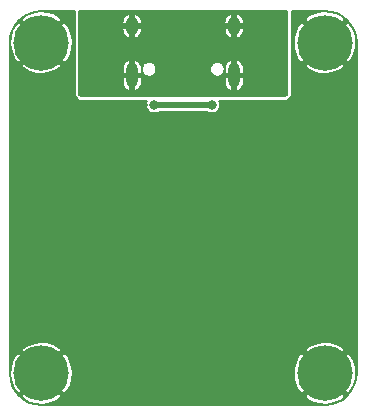
<source format=gbr>
G04 #@! TF.GenerationSoftware,KiCad,Pcbnew,(5.1.5)-3*
G04 #@! TF.CreationDate,2020-04-27T21:47:52+02:00*
G04 #@! TF.ProjectId,unified-usb-pcb_simple,756e6966-6965-4642-9d75-73622d706362,rev?*
G04 #@! TF.SameCoordinates,Original*
G04 #@! TF.FileFunction,Copper,L2,Bot*
G04 #@! TF.FilePolarity,Positive*
%FSLAX46Y46*%
G04 Gerber Fmt 4.6, Leading zero omitted, Abs format (unit mm)*
G04 Created by KiCad (PCBNEW (5.1.5)-3) date 2020-04-27 21:47:52*
%MOMM*%
%LPD*%
G04 APERTURE LIST*
%ADD10O,1.000000X2.100000*%
%ADD11O,1.000000X1.600000*%
%ADD12C,4.700000*%
%ADD13C,0.800000*%
%ADD14C,0.254000*%
%ADD15C,0.508000*%
%ADD16C,0.190500*%
G04 APERTURE END LIST*
D10*
X26439400Y-25068000D03*
X35079400Y-25068000D03*
D11*
X35079400Y-20888000D03*
X26439400Y-20888000D03*
D12*
X42759400Y-50288000D03*
X18759400Y-50288000D03*
X42759400Y-22288000D03*
X18759400Y-22288000D03*
D13*
X27319332Y-27558673D03*
X34199111Y-27548412D03*
X32473900Y-34036000D03*
X33209400Y-27588000D03*
X28309400Y-27588000D03*
X30251400Y-23876000D03*
D14*
X34199111Y-27548412D02*
X34199111Y-27515809D01*
D15*
X28309400Y-27588000D02*
X33209400Y-27588000D01*
X35079400Y-20844800D02*
X35079400Y-25024800D01*
X26439400Y-20844800D02*
X35079400Y-20844800D01*
X26439400Y-20844800D02*
X26439400Y-25024800D01*
D16*
G36*
X21570950Y-26720800D02*
G01*
X21576685Y-26779025D01*
X21593668Y-26835012D01*
X21621248Y-26886610D01*
X21658364Y-26931836D01*
X21861564Y-27135036D01*
X21906790Y-27172152D01*
X21958388Y-27199732D01*
X22014375Y-27216715D01*
X22072600Y-27222450D01*
X27713633Y-27222450D01*
X27690441Y-27257160D01*
X27637791Y-27384270D01*
X27610950Y-27519209D01*
X27610950Y-27656791D01*
X27637791Y-27791730D01*
X27690441Y-27918840D01*
X27766878Y-28033236D01*
X27864164Y-28130522D01*
X27978560Y-28206959D01*
X28105670Y-28259609D01*
X28240609Y-28286450D01*
X28378191Y-28286450D01*
X28513130Y-28259609D01*
X28640240Y-28206959D01*
X28739778Y-28140450D01*
X32779022Y-28140450D01*
X32878560Y-28206959D01*
X33005670Y-28259609D01*
X33140609Y-28286450D01*
X33278191Y-28286450D01*
X33413130Y-28259609D01*
X33540240Y-28206959D01*
X33654636Y-28130522D01*
X33751922Y-28033236D01*
X33828359Y-27918840D01*
X33881009Y-27791730D01*
X33907850Y-27656791D01*
X33907850Y-27519209D01*
X33881009Y-27384270D01*
X33828359Y-27257160D01*
X33805167Y-27222450D01*
X39446200Y-27222450D01*
X39504425Y-27216715D01*
X39560412Y-27199732D01*
X39612010Y-27172152D01*
X39657236Y-27135036D01*
X39860436Y-26931836D01*
X39897552Y-26886610D01*
X39925132Y-26835012D01*
X39942115Y-26779025D01*
X39947850Y-26720800D01*
X39947850Y-24225845D01*
X41046061Y-24225845D01*
X41326365Y-24530486D01*
X41791387Y-24766969D01*
X42293610Y-24908186D01*
X42813733Y-24948711D01*
X43331768Y-24886986D01*
X43827808Y-24725384D01*
X44192435Y-24530486D01*
X44472739Y-24225845D01*
X42759400Y-22512506D01*
X41046061Y-24225845D01*
X39947850Y-24225845D01*
X39947850Y-22342333D01*
X40098689Y-22342333D01*
X40160414Y-22860368D01*
X40322016Y-23356408D01*
X40516914Y-23721035D01*
X40821555Y-24001339D01*
X42534894Y-22288000D01*
X42983906Y-22288000D01*
X44697245Y-24001339D01*
X45001886Y-23721035D01*
X45238369Y-23256013D01*
X45379586Y-22753790D01*
X45420111Y-22233667D01*
X45358386Y-21715632D01*
X45196784Y-21219592D01*
X45001886Y-20854965D01*
X44697245Y-20574661D01*
X42983906Y-22288000D01*
X42534894Y-22288000D01*
X40821555Y-20574661D01*
X40516914Y-20854965D01*
X40280431Y-21319987D01*
X40139214Y-21822210D01*
X40098689Y-22342333D01*
X39947850Y-22342333D01*
X39947850Y-20350155D01*
X41046061Y-20350155D01*
X42759400Y-22063494D01*
X44472739Y-20350155D01*
X44192435Y-20045514D01*
X43727413Y-19809031D01*
X43225190Y-19667814D01*
X42705067Y-19627289D01*
X42187032Y-19689014D01*
X41690992Y-19850616D01*
X41326365Y-20045514D01*
X41046061Y-20350155D01*
X39947850Y-20350155D01*
X39947850Y-19611450D01*
X42743584Y-19611450D01*
X43278976Y-19663946D01*
X43778761Y-19814840D01*
X44239722Y-20059937D01*
X44644298Y-20389901D01*
X44977073Y-20792157D01*
X45225382Y-21251396D01*
X45379763Y-21750119D01*
X45435936Y-22284568D01*
X45435951Y-22288840D01*
X45435950Y-50272184D01*
X45383454Y-50807575D01*
X45232559Y-51307363D01*
X44987462Y-51768325D01*
X44657499Y-52172898D01*
X44255240Y-52505676D01*
X43796004Y-52753982D01*
X43297282Y-52908363D01*
X42762831Y-52964536D01*
X42758847Y-52964550D01*
X18775216Y-52964550D01*
X18239825Y-52912054D01*
X17740037Y-52761159D01*
X17279075Y-52516062D01*
X16923236Y-52225845D01*
X17046061Y-52225845D01*
X17326365Y-52530486D01*
X17791387Y-52766969D01*
X18293610Y-52908186D01*
X18813733Y-52948711D01*
X19331768Y-52886986D01*
X19827808Y-52725384D01*
X20192435Y-52530486D01*
X20472739Y-52225845D01*
X41046061Y-52225845D01*
X41326365Y-52530486D01*
X41791387Y-52766969D01*
X42293610Y-52908186D01*
X42813733Y-52948711D01*
X43331768Y-52886986D01*
X43827808Y-52725384D01*
X44192435Y-52530486D01*
X44472739Y-52225845D01*
X42759400Y-50512506D01*
X41046061Y-52225845D01*
X20472739Y-52225845D01*
X18759400Y-50512506D01*
X17046061Y-52225845D01*
X16923236Y-52225845D01*
X16874502Y-52186099D01*
X16541724Y-51783840D01*
X16293418Y-51324604D01*
X16139037Y-50825882D01*
X16088215Y-50342333D01*
X16098689Y-50342333D01*
X16160414Y-50860368D01*
X16322016Y-51356408D01*
X16516914Y-51721035D01*
X16821555Y-52001339D01*
X18534894Y-50288000D01*
X18983906Y-50288000D01*
X20697245Y-52001339D01*
X21001886Y-51721035D01*
X21238369Y-51256013D01*
X21379586Y-50753790D01*
X21411644Y-50342333D01*
X40098689Y-50342333D01*
X40160414Y-50860368D01*
X40322016Y-51356408D01*
X40516914Y-51721035D01*
X40821555Y-52001339D01*
X42534894Y-50288000D01*
X42983906Y-50288000D01*
X44697245Y-52001339D01*
X45001886Y-51721035D01*
X45238369Y-51256013D01*
X45379586Y-50753790D01*
X45420111Y-50233667D01*
X45358386Y-49715632D01*
X45196784Y-49219592D01*
X45001886Y-48854965D01*
X44697245Y-48574661D01*
X42983906Y-50288000D01*
X42534894Y-50288000D01*
X40821555Y-48574661D01*
X40516914Y-48854965D01*
X40280431Y-49319987D01*
X40139214Y-49822210D01*
X40098689Y-50342333D01*
X21411644Y-50342333D01*
X21420111Y-50233667D01*
X21358386Y-49715632D01*
X21196784Y-49219592D01*
X21001886Y-48854965D01*
X20697245Y-48574661D01*
X18983906Y-50288000D01*
X18534894Y-50288000D01*
X16821555Y-48574661D01*
X16516914Y-48854965D01*
X16280431Y-49319987D01*
X16139214Y-49822210D01*
X16098689Y-50342333D01*
X16088215Y-50342333D01*
X16082864Y-50291431D01*
X16082850Y-50287447D01*
X16082850Y-48350155D01*
X17046061Y-48350155D01*
X18759400Y-50063494D01*
X20472739Y-48350155D01*
X41046061Y-48350155D01*
X42759400Y-50063494D01*
X44472739Y-48350155D01*
X44192435Y-48045514D01*
X43727413Y-47809031D01*
X43225190Y-47667814D01*
X42705067Y-47627289D01*
X42187032Y-47689014D01*
X41690992Y-47850616D01*
X41326365Y-48045514D01*
X41046061Y-48350155D01*
X20472739Y-48350155D01*
X20192435Y-48045514D01*
X19727413Y-47809031D01*
X19225190Y-47667814D01*
X18705067Y-47627289D01*
X18187032Y-47689014D01*
X17690992Y-47850616D01*
X17326365Y-48045514D01*
X17046061Y-48350155D01*
X16082850Y-48350155D01*
X16082850Y-24225845D01*
X17046061Y-24225845D01*
X17326365Y-24530486D01*
X17791387Y-24766969D01*
X18293610Y-24908186D01*
X18813733Y-24948711D01*
X19331768Y-24886986D01*
X19827808Y-24725384D01*
X20192435Y-24530486D01*
X20472739Y-24225845D01*
X18759400Y-22512506D01*
X17046061Y-24225845D01*
X16082850Y-24225845D01*
X16082850Y-22342333D01*
X16098689Y-22342333D01*
X16160414Y-22860368D01*
X16322016Y-23356408D01*
X16516914Y-23721035D01*
X16821555Y-24001339D01*
X18534894Y-22288000D01*
X18983906Y-22288000D01*
X20697245Y-24001339D01*
X21001886Y-23721035D01*
X21238369Y-23256013D01*
X21379586Y-22753790D01*
X21420111Y-22233667D01*
X21358386Y-21715632D01*
X21196784Y-21219592D01*
X21001886Y-20854965D01*
X20697245Y-20574661D01*
X18983906Y-22288000D01*
X18534894Y-22288000D01*
X16821555Y-20574661D01*
X16516914Y-20854965D01*
X16280431Y-21319987D01*
X16139214Y-21822210D01*
X16098689Y-22342333D01*
X16082850Y-22342333D01*
X16082850Y-22303816D01*
X16135346Y-21768424D01*
X16286240Y-21268639D01*
X16531337Y-20807678D01*
X16861301Y-20403102D01*
X16925302Y-20350155D01*
X17046061Y-20350155D01*
X18759400Y-22063494D01*
X20472739Y-20350155D01*
X20192435Y-20045514D01*
X19727413Y-19809031D01*
X19225190Y-19667814D01*
X18705067Y-19627289D01*
X18187032Y-19689014D01*
X17690992Y-19850616D01*
X17326365Y-20045514D01*
X17046061Y-20350155D01*
X16925302Y-20350155D01*
X17263557Y-20070327D01*
X17722796Y-19822018D01*
X18221519Y-19667637D01*
X18755968Y-19611464D01*
X18759953Y-19611450D01*
X21570950Y-19611450D01*
X21570950Y-26720800D01*
G37*
X21570950Y-26720800D02*
X21576685Y-26779025D01*
X21593668Y-26835012D01*
X21621248Y-26886610D01*
X21658364Y-26931836D01*
X21861564Y-27135036D01*
X21906790Y-27172152D01*
X21958388Y-27199732D01*
X22014375Y-27216715D01*
X22072600Y-27222450D01*
X27713633Y-27222450D01*
X27690441Y-27257160D01*
X27637791Y-27384270D01*
X27610950Y-27519209D01*
X27610950Y-27656791D01*
X27637791Y-27791730D01*
X27690441Y-27918840D01*
X27766878Y-28033236D01*
X27864164Y-28130522D01*
X27978560Y-28206959D01*
X28105670Y-28259609D01*
X28240609Y-28286450D01*
X28378191Y-28286450D01*
X28513130Y-28259609D01*
X28640240Y-28206959D01*
X28739778Y-28140450D01*
X32779022Y-28140450D01*
X32878560Y-28206959D01*
X33005670Y-28259609D01*
X33140609Y-28286450D01*
X33278191Y-28286450D01*
X33413130Y-28259609D01*
X33540240Y-28206959D01*
X33654636Y-28130522D01*
X33751922Y-28033236D01*
X33828359Y-27918840D01*
X33881009Y-27791730D01*
X33907850Y-27656791D01*
X33907850Y-27519209D01*
X33881009Y-27384270D01*
X33828359Y-27257160D01*
X33805167Y-27222450D01*
X39446200Y-27222450D01*
X39504425Y-27216715D01*
X39560412Y-27199732D01*
X39612010Y-27172152D01*
X39657236Y-27135036D01*
X39860436Y-26931836D01*
X39897552Y-26886610D01*
X39925132Y-26835012D01*
X39942115Y-26779025D01*
X39947850Y-26720800D01*
X39947850Y-24225845D01*
X41046061Y-24225845D01*
X41326365Y-24530486D01*
X41791387Y-24766969D01*
X42293610Y-24908186D01*
X42813733Y-24948711D01*
X43331768Y-24886986D01*
X43827808Y-24725384D01*
X44192435Y-24530486D01*
X44472739Y-24225845D01*
X42759400Y-22512506D01*
X41046061Y-24225845D01*
X39947850Y-24225845D01*
X39947850Y-22342333D01*
X40098689Y-22342333D01*
X40160414Y-22860368D01*
X40322016Y-23356408D01*
X40516914Y-23721035D01*
X40821555Y-24001339D01*
X42534894Y-22288000D01*
X42983906Y-22288000D01*
X44697245Y-24001339D01*
X45001886Y-23721035D01*
X45238369Y-23256013D01*
X45379586Y-22753790D01*
X45420111Y-22233667D01*
X45358386Y-21715632D01*
X45196784Y-21219592D01*
X45001886Y-20854965D01*
X44697245Y-20574661D01*
X42983906Y-22288000D01*
X42534894Y-22288000D01*
X40821555Y-20574661D01*
X40516914Y-20854965D01*
X40280431Y-21319987D01*
X40139214Y-21822210D01*
X40098689Y-22342333D01*
X39947850Y-22342333D01*
X39947850Y-20350155D01*
X41046061Y-20350155D01*
X42759400Y-22063494D01*
X44472739Y-20350155D01*
X44192435Y-20045514D01*
X43727413Y-19809031D01*
X43225190Y-19667814D01*
X42705067Y-19627289D01*
X42187032Y-19689014D01*
X41690992Y-19850616D01*
X41326365Y-20045514D01*
X41046061Y-20350155D01*
X39947850Y-20350155D01*
X39947850Y-19611450D01*
X42743584Y-19611450D01*
X43278976Y-19663946D01*
X43778761Y-19814840D01*
X44239722Y-20059937D01*
X44644298Y-20389901D01*
X44977073Y-20792157D01*
X45225382Y-21251396D01*
X45379763Y-21750119D01*
X45435936Y-22284568D01*
X45435951Y-22288840D01*
X45435950Y-50272184D01*
X45383454Y-50807575D01*
X45232559Y-51307363D01*
X44987462Y-51768325D01*
X44657499Y-52172898D01*
X44255240Y-52505676D01*
X43796004Y-52753982D01*
X43297282Y-52908363D01*
X42762831Y-52964536D01*
X42758847Y-52964550D01*
X18775216Y-52964550D01*
X18239825Y-52912054D01*
X17740037Y-52761159D01*
X17279075Y-52516062D01*
X16923236Y-52225845D01*
X17046061Y-52225845D01*
X17326365Y-52530486D01*
X17791387Y-52766969D01*
X18293610Y-52908186D01*
X18813733Y-52948711D01*
X19331768Y-52886986D01*
X19827808Y-52725384D01*
X20192435Y-52530486D01*
X20472739Y-52225845D01*
X41046061Y-52225845D01*
X41326365Y-52530486D01*
X41791387Y-52766969D01*
X42293610Y-52908186D01*
X42813733Y-52948711D01*
X43331768Y-52886986D01*
X43827808Y-52725384D01*
X44192435Y-52530486D01*
X44472739Y-52225845D01*
X42759400Y-50512506D01*
X41046061Y-52225845D01*
X20472739Y-52225845D01*
X18759400Y-50512506D01*
X17046061Y-52225845D01*
X16923236Y-52225845D01*
X16874502Y-52186099D01*
X16541724Y-51783840D01*
X16293418Y-51324604D01*
X16139037Y-50825882D01*
X16088215Y-50342333D01*
X16098689Y-50342333D01*
X16160414Y-50860368D01*
X16322016Y-51356408D01*
X16516914Y-51721035D01*
X16821555Y-52001339D01*
X18534894Y-50288000D01*
X18983906Y-50288000D01*
X20697245Y-52001339D01*
X21001886Y-51721035D01*
X21238369Y-51256013D01*
X21379586Y-50753790D01*
X21411644Y-50342333D01*
X40098689Y-50342333D01*
X40160414Y-50860368D01*
X40322016Y-51356408D01*
X40516914Y-51721035D01*
X40821555Y-52001339D01*
X42534894Y-50288000D01*
X42983906Y-50288000D01*
X44697245Y-52001339D01*
X45001886Y-51721035D01*
X45238369Y-51256013D01*
X45379586Y-50753790D01*
X45420111Y-50233667D01*
X45358386Y-49715632D01*
X45196784Y-49219592D01*
X45001886Y-48854965D01*
X44697245Y-48574661D01*
X42983906Y-50288000D01*
X42534894Y-50288000D01*
X40821555Y-48574661D01*
X40516914Y-48854965D01*
X40280431Y-49319987D01*
X40139214Y-49822210D01*
X40098689Y-50342333D01*
X21411644Y-50342333D01*
X21420111Y-50233667D01*
X21358386Y-49715632D01*
X21196784Y-49219592D01*
X21001886Y-48854965D01*
X20697245Y-48574661D01*
X18983906Y-50288000D01*
X18534894Y-50288000D01*
X16821555Y-48574661D01*
X16516914Y-48854965D01*
X16280431Y-49319987D01*
X16139214Y-49822210D01*
X16098689Y-50342333D01*
X16088215Y-50342333D01*
X16082864Y-50291431D01*
X16082850Y-50287447D01*
X16082850Y-48350155D01*
X17046061Y-48350155D01*
X18759400Y-50063494D01*
X20472739Y-48350155D01*
X41046061Y-48350155D01*
X42759400Y-50063494D01*
X44472739Y-48350155D01*
X44192435Y-48045514D01*
X43727413Y-47809031D01*
X43225190Y-47667814D01*
X42705067Y-47627289D01*
X42187032Y-47689014D01*
X41690992Y-47850616D01*
X41326365Y-48045514D01*
X41046061Y-48350155D01*
X20472739Y-48350155D01*
X20192435Y-48045514D01*
X19727413Y-47809031D01*
X19225190Y-47667814D01*
X18705067Y-47627289D01*
X18187032Y-47689014D01*
X17690992Y-47850616D01*
X17326365Y-48045514D01*
X17046061Y-48350155D01*
X16082850Y-48350155D01*
X16082850Y-24225845D01*
X17046061Y-24225845D01*
X17326365Y-24530486D01*
X17791387Y-24766969D01*
X18293610Y-24908186D01*
X18813733Y-24948711D01*
X19331768Y-24886986D01*
X19827808Y-24725384D01*
X20192435Y-24530486D01*
X20472739Y-24225845D01*
X18759400Y-22512506D01*
X17046061Y-24225845D01*
X16082850Y-24225845D01*
X16082850Y-22342333D01*
X16098689Y-22342333D01*
X16160414Y-22860368D01*
X16322016Y-23356408D01*
X16516914Y-23721035D01*
X16821555Y-24001339D01*
X18534894Y-22288000D01*
X18983906Y-22288000D01*
X20697245Y-24001339D01*
X21001886Y-23721035D01*
X21238369Y-23256013D01*
X21379586Y-22753790D01*
X21420111Y-22233667D01*
X21358386Y-21715632D01*
X21196784Y-21219592D01*
X21001886Y-20854965D01*
X20697245Y-20574661D01*
X18983906Y-22288000D01*
X18534894Y-22288000D01*
X16821555Y-20574661D01*
X16516914Y-20854965D01*
X16280431Y-21319987D01*
X16139214Y-21822210D01*
X16098689Y-22342333D01*
X16082850Y-22342333D01*
X16082850Y-22303816D01*
X16135346Y-21768424D01*
X16286240Y-21268639D01*
X16531337Y-20807678D01*
X16861301Y-20403102D01*
X16925302Y-20350155D01*
X17046061Y-20350155D01*
X18759400Y-22063494D01*
X20472739Y-20350155D01*
X20192435Y-20045514D01*
X19727413Y-19809031D01*
X19225190Y-19667814D01*
X18705067Y-19627289D01*
X18187032Y-19689014D01*
X17690992Y-19850616D01*
X17326365Y-20045514D01*
X17046061Y-20350155D01*
X16925302Y-20350155D01*
X17263557Y-20070327D01*
X17722796Y-19822018D01*
X18221519Y-19667637D01*
X18755968Y-19611464D01*
X18759953Y-19611450D01*
X21570950Y-19611450D01*
X21570950Y-26720800D01*
G36*
X39554150Y-26681346D02*
G01*
X39406746Y-26828750D01*
X22112054Y-26828750D01*
X21964650Y-26681346D01*
X21964650Y-25226750D01*
X25640950Y-25226750D01*
X25640950Y-25776750D01*
X25687263Y-25929470D01*
X25762480Y-26070220D01*
X25863711Y-26193591D01*
X25987065Y-26294843D01*
X26160193Y-26366041D01*
X26280650Y-26324215D01*
X26280650Y-25226750D01*
X26598150Y-25226750D01*
X26598150Y-26324215D01*
X26718607Y-26366041D01*
X26891735Y-26294843D01*
X27015089Y-26193591D01*
X27116320Y-26070220D01*
X27191537Y-25929470D01*
X27237850Y-25776750D01*
X27237850Y-25226750D01*
X34280950Y-25226750D01*
X34280950Y-25776750D01*
X34327263Y-25929470D01*
X34402480Y-26070220D01*
X34503711Y-26193591D01*
X34627065Y-26294843D01*
X34800193Y-26366041D01*
X34920650Y-26324215D01*
X34920650Y-25226750D01*
X35238150Y-25226750D01*
X35238150Y-26324215D01*
X35358607Y-26366041D01*
X35531735Y-26294843D01*
X35655089Y-26193591D01*
X35756320Y-26070220D01*
X35831537Y-25929470D01*
X35877850Y-25776750D01*
X35877850Y-25226750D01*
X35238150Y-25226750D01*
X34920650Y-25226750D01*
X34280950Y-25226750D01*
X27237850Y-25226750D01*
X26598150Y-25226750D01*
X26280650Y-25226750D01*
X25640950Y-25226750D01*
X21964650Y-25226750D01*
X21964650Y-24359250D01*
X25640950Y-24359250D01*
X25640950Y-24909250D01*
X26280650Y-24909250D01*
X26280650Y-23811785D01*
X26598150Y-23811785D01*
X26598150Y-24909250D01*
X27237850Y-24909250D01*
X27237850Y-24476595D01*
X27245950Y-24476595D01*
X27245950Y-24599405D01*
X27269908Y-24719854D01*
X27316905Y-24833314D01*
X27385134Y-24935426D01*
X27471974Y-25022266D01*
X27574086Y-25090495D01*
X27687546Y-25137492D01*
X27807995Y-25161450D01*
X27930805Y-25161450D01*
X28051254Y-25137492D01*
X28164714Y-25090495D01*
X28266826Y-25022266D01*
X28353666Y-24935426D01*
X28421895Y-24833314D01*
X28468892Y-24719854D01*
X28492850Y-24599405D01*
X28492850Y-24476595D01*
X33025950Y-24476595D01*
X33025950Y-24599405D01*
X33049908Y-24719854D01*
X33096905Y-24833314D01*
X33165134Y-24935426D01*
X33251974Y-25022266D01*
X33354086Y-25090495D01*
X33467546Y-25137492D01*
X33587995Y-25161450D01*
X33710805Y-25161450D01*
X33831254Y-25137492D01*
X33944714Y-25090495D01*
X34046826Y-25022266D01*
X34133666Y-24935426D01*
X34201895Y-24833314D01*
X34248892Y-24719854D01*
X34272850Y-24599405D01*
X34272850Y-24476595D01*
X34249510Y-24359250D01*
X34280950Y-24359250D01*
X34280950Y-24909250D01*
X34920650Y-24909250D01*
X34920650Y-23811785D01*
X35238150Y-23811785D01*
X35238150Y-24909250D01*
X35877850Y-24909250D01*
X35877850Y-24359250D01*
X35831537Y-24206530D01*
X35756320Y-24065780D01*
X35655089Y-23942409D01*
X35531735Y-23841157D01*
X35358607Y-23769959D01*
X35238150Y-23811785D01*
X34920650Y-23811785D01*
X34800193Y-23769959D01*
X34627065Y-23841157D01*
X34503711Y-23942409D01*
X34402480Y-24065780D01*
X34327263Y-24206530D01*
X34280950Y-24359250D01*
X34249510Y-24359250D01*
X34248892Y-24356146D01*
X34201895Y-24242686D01*
X34133666Y-24140574D01*
X34046826Y-24053734D01*
X33944714Y-23985505D01*
X33831254Y-23938508D01*
X33710805Y-23914550D01*
X33587995Y-23914550D01*
X33467546Y-23938508D01*
X33354086Y-23985505D01*
X33251974Y-24053734D01*
X33165134Y-24140574D01*
X33096905Y-24242686D01*
X33049908Y-24356146D01*
X33025950Y-24476595D01*
X28492850Y-24476595D01*
X28468892Y-24356146D01*
X28421895Y-24242686D01*
X28353666Y-24140574D01*
X28266826Y-24053734D01*
X28164714Y-23985505D01*
X28051254Y-23938508D01*
X27930805Y-23914550D01*
X27807995Y-23914550D01*
X27687546Y-23938508D01*
X27574086Y-23985505D01*
X27471974Y-24053734D01*
X27385134Y-24140574D01*
X27316905Y-24242686D01*
X27269908Y-24356146D01*
X27245950Y-24476595D01*
X27237850Y-24476595D01*
X27237850Y-24359250D01*
X27191537Y-24206530D01*
X27116320Y-24065780D01*
X27015089Y-23942409D01*
X26891735Y-23841157D01*
X26718607Y-23769959D01*
X26598150Y-23811785D01*
X26280650Y-23811785D01*
X26160193Y-23769959D01*
X25987065Y-23841157D01*
X25863711Y-23942409D01*
X25762480Y-24065780D01*
X25687263Y-24206530D01*
X25640950Y-24359250D01*
X21964650Y-24359250D01*
X21964650Y-21175570D01*
X25614944Y-21175570D01*
X25628361Y-21336652D01*
X25672945Y-21492022D01*
X25746984Y-21635708D01*
X25847632Y-21762189D01*
X25971021Y-21866604D01*
X26160193Y-21936041D01*
X26280650Y-21894215D01*
X26280650Y-21046750D01*
X26598150Y-21046750D01*
X26598150Y-21894215D01*
X26718607Y-21936041D01*
X26907779Y-21866604D01*
X27031168Y-21762189D01*
X27131816Y-21635708D01*
X27205855Y-21492022D01*
X27250439Y-21336652D01*
X27263856Y-21175570D01*
X34254944Y-21175570D01*
X34268361Y-21336652D01*
X34312945Y-21492022D01*
X34386984Y-21635708D01*
X34487632Y-21762189D01*
X34611021Y-21866604D01*
X34800193Y-21936041D01*
X34920650Y-21894215D01*
X34920650Y-21046750D01*
X35238150Y-21046750D01*
X35238150Y-21894215D01*
X35358607Y-21936041D01*
X35547779Y-21866604D01*
X35671168Y-21762189D01*
X35771816Y-21635708D01*
X35845855Y-21492022D01*
X35890439Y-21336652D01*
X35903856Y-21175570D01*
X35817149Y-21046750D01*
X35238150Y-21046750D01*
X34920650Y-21046750D01*
X34341651Y-21046750D01*
X34254944Y-21175570D01*
X27263856Y-21175570D01*
X27177149Y-21046750D01*
X26598150Y-21046750D01*
X26280650Y-21046750D01*
X25701651Y-21046750D01*
X25614944Y-21175570D01*
X21964650Y-21175570D01*
X21964650Y-20600430D01*
X25614944Y-20600430D01*
X25701651Y-20729250D01*
X26280650Y-20729250D01*
X26280650Y-19881785D01*
X26598150Y-19881785D01*
X26598150Y-20729250D01*
X27177149Y-20729250D01*
X27263856Y-20600430D01*
X34254944Y-20600430D01*
X34341651Y-20729250D01*
X34920650Y-20729250D01*
X34920650Y-19881785D01*
X35238150Y-19881785D01*
X35238150Y-20729250D01*
X35817149Y-20729250D01*
X35903856Y-20600430D01*
X35890439Y-20439348D01*
X35845855Y-20283978D01*
X35771816Y-20140292D01*
X35671168Y-20013811D01*
X35547779Y-19909396D01*
X35358607Y-19839959D01*
X35238150Y-19881785D01*
X34920650Y-19881785D01*
X34800193Y-19839959D01*
X34611021Y-19909396D01*
X34487632Y-20013811D01*
X34386984Y-20140292D01*
X34312945Y-20283978D01*
X34268361Y-20439348D01*
X34254944Y-20600430D01*
X27263856Y-20600430D01*
X27250439Y-20439348D01*
X27205855Y-20283978D01*
X27131816Y-20140292D01*
X27031168Y-20013811D01*
X26907779Y-19909396D01*
X26718607Y-19839959D01*
X26598150Y-19881785D01*
X26280650Y-19881785D01*
X26160193Y-19839959D01*
X25971021Y-19909396D01*
X25847632Y-20013811D01*
X25746984Y-20140292D01*
X25672945Y-20283978D01*
X25628361Y-20439348D01*
X25614944Y-20600430D01*
X21964650Y-20600430D01*
X21964650Y-19611450D01*
X39554150Y-19611450D01*
X39554150Y-26681346D01*
G37*
X39554150Y-26681346D02*
X39406746Y-26828750D01*
X22112054Y-26828750D01*
X21964650Y-26681346D01*
X21964650Y-25226750D01*
X25640950Y-25226750D01*
X25640950Y-25776750D01*
X25687263Y-25929470D01*
X25762480Y-26070220D01*
X25863711Y-26193591D01*
X25987065Y-26294843D01*
X26160193Y-26366041D01*
X26280650Y-26324215D01*
X26280650Y-25226750D01*
X26598150Y-25226750D01*
X26598150Y-26324215D01*
X26718607Y-26366041D01*
X26891735Y-26294843D01*
X27015089Y-26193591D01*
X27116320Y-26070220D01*
X27191537Y-25929470D01*
X27237850Y-25776750D01*
X27237850Y-25226750D01*
X34280950Y-25226750D01*
X34280950Y-25776750D01*
X34327263Y-25929470D01*
X34402480Y-26070220D01*
X34503711Y-26193591D01*
X34627065Y-26294843D01*
X34800193Y-26366041D01*
X34920650Y-26324215D01*
X34920650Y-25226750D01*
X35238150Y-25226750D01*
X35238150Y-26324215D01*
X35358607Y-26366041D01*
X35531735Y-26294843D01*
X35655089Y-26193591D01*
X35756320Y-26070220D01*
X35831537Y-25929470D01*
X35877850Y-25776750D01*
X35877850Y-25226750D01*
X35238150Y-25226750D01*
X34920650Y-25226750D01*
X34280950Y-25226750D01*
X27237850Y-25226750D01*
X26598150Y-25226750D01*
X26280650Y-25226750D01*
X25640950Y-25226750D01*
X21964650Y-25226750D01*
X21964650Y-24359250D01*
X25640950Y-24359250D01*
X25640950Y-24909250D01*
X26280650Y-24909250D01*
X26280650Y-23811785D01*
X26598150Y-23811785D01*
X26598150Y-24909250D01*
X27237850Y-24909250D01*
X27237850Y-24476595D01*
X27245950Y-24476595D01*
X27245950Y-24599405D01*
X27269908Y-24719854D01*
X27316905Y-24833314D01*
X27385134Y-24935426D01*
X27471974Y-25022266D01*
X27574086Y-25090495D01*
X27687546Y-25137492D01*
X27807995Y-25161450D01*
X27930805Y-25161450D01*
X28051254Y-25137492D01*
X28164714Y-25090495D01*
X28266826Y-25022266D01*
X28353666Y-24935426D01*
X28421895Y-24833314D01*
X28468892Y-24719854D01*
X28492850Y-24599405D01*
X28492850Y-24476595D01*
X33025950Y-24476595D01*
X33025950Y-24599405D01*
X33049908Y-24719854D01*
X33096905Y-24833314D01*
X33165134Y-24935426D01*
X33251974Y-25022266D01*
X33354086Y-25090495D01*
X33467546Y-25137492D01*
X33587995Y-25161450D01*
X33710805Y-25161450D01*
X33831254Y-25137492D01*
X33944714Y-25090495D01*
X34046826Y-25022266D01*
X34133666Y-24935426D01*
X34201895Y-24833314D01*
X34248892Y-24719854D01*
X34272850Y-24599405D01*
X34272850Y-24476595D01*
X34249510Y-24359250D01*
X34280950Y-24359250D01*
X34280950Y-24909250D01*
X34920650Y-24909250D01*
X34920650Y-23811785D01*
X35238150Y-23811785D01*
X35238150Y-24909250D01*
X35877850Y-24909250D01*
X35877850Y-24359250D01*
X35831537Y-24206530D01*
X35756320Y-24065780D01*
X35655089Y-23942409D01*
X35531735Y-23841157D01*
X35358607Y-23769959D01*
X35238150Y-23811785D01*
X34920650Y-23811785D01*
X34800193Y-23769959D01*
X34627065Y-23841157D01*
X34503711Y-23942409D01*
X34402480Y-24065780D01*
X34327263Y-24206530D01*
X34280950Y-24359250D01*
X34249510Y-24359250D01*
X34248892Y-24356146D01*
X34201895Y-24242686D01*
X34133666Y-24140574D01*
X34046826Y-24053734D01*
X33944714Y-23985505D01*
X33831254Y-23938508D01*
X33710805Y-23914550D01*
X33587995Y-23914550D01*
X33467546Y-23938508D01*
X33354086Y-23985505D01*
X33251974Y-24053734D01*
X33165134Y-24140574D01*
X33096905Y-24242686D01*
X33049908Y-24356146D01*
X33025950Y-24476595D01*
X28492850Y-24476595D01*
X28468892Y-24356146D01*
X28421895Y-24242686D01*
X28353666Y-24140574D01*
X28266826Y-24053734D01*
X28164714Y-23985505D01*
X28051254Y-23938508D01*
X27930805Y-23914550D01*
X27807995Y-23914550D01*
X27687546Y-23938508D01*
X27574086Y-23985505D01*
X27471974Y-24053734D01*
X27385134Y-24140574D01*
X27316905Y-24242686D01*
X27269908Y-24356146D01*
X27245950Y-24476595D01*
X27237850Y-24476595D01*
X27237850Y-24359250D01*
X27191537Y-24206530D01*
X27116320Y-24065780D01*
X27015089Y-23942409D01*
X26891735Y-23841157D01*
X26718607Y-23769959D01*
X26598150Y-23811785D01*
X26280650Y-23811785D01*
X26160193Y-23769959D01*
X25987065Y-23841157D01*
X25863711Y-23942409D01*
X25762480Y-24065780D01*
X25687263Y-24206530D01*
X25640950Y-24359250D01*
X21964650Y-24359250D01*
X21964650Y-21175570D01*
X25614944Y-21175570D01*
X25628361Y-21336652D01*
X25672945Y-21492022D01*
X25746984Y-21635708D01*
X25847632Y-21762189D01*
X25971021Y-21866604D01*
X26160193Y-21936041D01*
X26280650Y-21894215D01*
X26280650Y-21046750D01*
X26598150Y-21046750D01*
X26598150Y-21894215D01*
X26718607Y-21936041D01*
X26907779Y-21866604D01*
X27031168Y-21762189D01*
X27131816Y-21635708D01*
X27205855Y-21492022D01*
X27250439Y-21336652D01*
X27263856Y-21175570D01*
X34254944Y-21175570D01*
X34268361Y-21336652D01*
X34312945Y-21492022D01*
X34386984Y-21635708D01*
X34487632Y-21762189D01*
X34611021Y-21866604D01*
X34800193Y-21936041D01*
X34920650Y-21894215D01*
X34920650Y-21046750D01*
X35238150Y-21046750D01*
X35238150Y-21894215D01*
X35358607Y-21936041D01*
X35547779Y-21866604D01*
X35671168Y-21762189D01*
X35771816Y-21635708D01*
X35845855Y-21492022D01*
X35890439Y-21336652D01*
X35903856Y-21175570D01*
X35817149Y-21046750D01*
X35238150Y-21046750D01*
X34920650Y-21046750D01*
X34341651Y-21046750D01*
X34254944Y-21175570D01*
X27263856Y-21175570D01*
X27177149Y-21046750D01*
X26598150Y-21046750D01*
X26280650Y-21046750D01*
X25701651Y-21046750D01*
X25614944Y-21175570D01*
X21964650Y-21175570D01*
X21964650Y-20600430D01*
X25614944Y-20600430D01*
X25701651Y-20729250D01*
X26280650Y-20729250D01*
X26280650Y-19881785D01*
X26598150Y-19881785D01*
X26598150Y-20729250D01*
X27177149Y-20729250D01*
X27263856Y-20600430D01*
X34254944Y-20600430D01*
X34341651Y-20729250D01*
X34920650Y-20729250D01*
X34920650Y-19881785D01*
X35238150Y-19881785D01*
X35238150Y-20729250D01*
X35817149Y-20729250D01*
X35903856Y-20600430D01*
X35890439Y-20439348D01*
X35845855Y-20283978D01*
X35771816Y-20140292D01*
X35671168Y-20013811D01*
X35547779Y-19909396D01*
X35358607Y-19839959D01*
X35238150Y-19881785D01*
X34920650Y-19881785D01*
X34800193Y-19839959D01*
X34611021Y-19909396D01*
X34487632Y-20013811D01*
X34386984Y-20140292D01*
X34312945Y-20283978D01*
X34268361Y-20439348D01*
X34254944Y-20600430D01*
X27263856Y-20600430D01*
X27250439Y-20439348D01*
X27205855Y-20283978D01*
X27131816Y-20140292D01*
X27031168Y-20013811D01*
X26907779Y-19909396D01*
X26718607Y-19839959D01*
X26598150Y-19881785D01*
X26280650Y-19881785D01*
X26160193Y-19839959D01*
X25971021Y-19909396D01*
X25847632Y-20013811D01*
X25746984Y-20140292D01*
X25672945Y-20283978D01*
X25628361Y-20439348D01*
X25614944Y-20600430D01*
X21964650Y-20600430D01*
X21964650Y-19611450D01*
X39554150Y-19611450D01*
X39554150Y-26681346D01*
M02*

</source>
